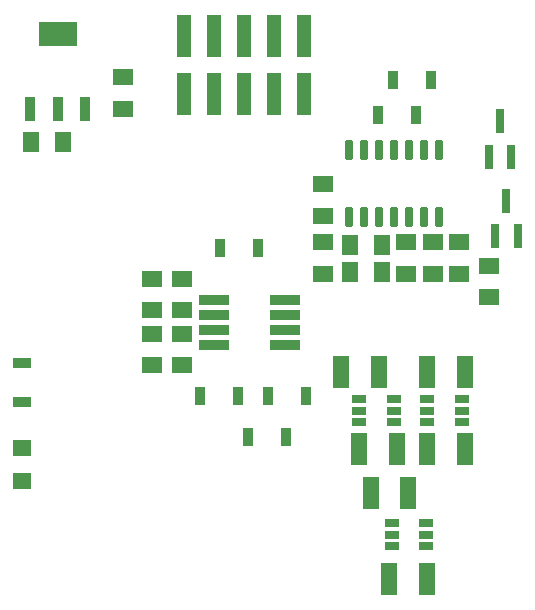
<source format=gtp>
G04*
G04 #@! TF.GenerationSoftware,Altium Limited,Altium Designer,22.5.1 (42)*
G04*
G04 Layer_Color=8421504*
%FSLAX44Y44*%
%MOMM*%
G71*
G04*
G04 #@! TF.SameCoordinates,CF4701AC-517D-4BF5-B978-186F02F9A4D0*
G04*
G04*
G04 #@! TF.FilePolarity,Positive*
G04*
G01*
G75*
%ADD16R,0.9000X1.5500*%
%ADD17R,1.3500X2.8000*%
G04:AMPARAMS|DCode=18|XSize=0.65mm|YSize=1.2mm|CornerRadius=0.0488mm|HoleSize=0mm|Usage=FLASHONLY|Rotation=270.000|XOffset=0mm|YOffset=0mm|HoleType=Round|Shape=RoundedRectangle|*
%AMROUNDEDRECTD18*
21,1,0.6500,1.1025,0,0,270.0*
21,1,0.5525,1.2000,0,0,270.0*
1,1,0.0975,-0.5513,-0.2763*
1,1,0.0975,-0.5513,0.2763*
1,1,0.0975,0.5513,0.2763*
1,1,0.0975,0.5513,-0.2763*
%
%ADD18ROUNDEDRECTD18*%
%ADD19R,1.2700X3.6800*%
%ADD20R,3.2121X2.0542*%
%ADD21R,0.9534X2.0542*%
%ADD22R,1.8200X1.4400*%
%ADD23R,1.6000X1.4000*%
%ADD24R,1.4400X1.8200*%
G04:AMPARAMS|DCode=25|XSize=0.65mm|YSize=1.65mm|CornerRadius=0.0488mm|HoleSize=0mm|Usage=FLASHONLY|Rotation=180.000|XOffset=0mm|YOffset=0mm|HoleType=Round|Shape=RoundedRectangle|*
%AMROUNDEDRECTD25*
21,1,0.6500,1.5525,0,0,180.0*
21,1,0.5525,1.6500,0,0,180.0*
1,1,0.0975,-0.2763,0.7763*
1,1,0.0975,0.2763,0.7763*
1,1,0.0975,0.2763,-0.7763*
1,1,0.0975,-0.2763,-0.7763*
%
%ADD25ROUNDEDRECTD25*%
%ADD26R,0.8000X2.0000*%
%ADD27R,2.5000X0.8500*%
%ADD28R,1.5500X0.9000*%
D16*
X317500Y192500D02*
D03*
X285200D02*
D03*
X391350Y460000D02*
D03*
X423650D02*
D03*
X378850Y430000D02*
D03*
X411150D02*
D03*
X301150Y157500D02*
D03*
X268850D02*
D03*
X260000Y192500D02*
D03*
X227700D02*
D03*
X245200Y317500D02*
D03*
X277500D02*
D03*
D17*
X404500Y110000D02*
D03*
X372500D02*
D03*
X388000Y37500D02*
D03*
X420000D02*
D03*
X452000Y147500D02*
D03*
X420000D02*
D03*
Y212500D02*
D03*
X452000D02*
D03*
X362500Y147500D02*
D03*
X394500D02*
D03*
X379500Y212500D02*
D03*
X347500D02*
D03*
D18*
X419750Y65500D02*
D03*
Y75000D02*
D03*
Y84500D02*
D03*
X390250D02*
D03*
Y75000D02*
D03*
Y65500D02*
D03*
X392250Y170500D02*
D03*
Y180000D02*
D03*
Y189500D02*
D03*
X362750D02*
D03*
Y180000D02*
D03*
Y170500D02*
D03*
X449750Y189500D02*
D03*
Y180000D02*
D03*
Y170500D02*
D03*
X420250D02*
D03*
Y180000D02*
D03*
Y189500D02*
D03*
D19*
X214200Y447750D02*
D03*
Y497250D02*
D03*
X239600Y447750D02*
D03*
Y497250D02*
D03*
X265000Y447750D02*
D03*
Y497250D02*
D03*
X290400Y447750D02*
D03*
Y497250D02*
D03*
X315800Y447750D02*
D03*
Y497250D02*
D03*
D20*
X107500Y499250D02*
D03*
D21*
X130500Y435750D02*
D03*
X107500D02*
D03*
X84500D02*
D03*
D22*
X187500Y291720D02*
D03*
Y265000D02*
D03*
X332500Y345000D02*
D03*
Y371720D02*
D03*
Y322500D02*
D03*
Y295780D02*
D03*
X402500D02*
D03*
Y322500D02*
D03*
X425000Y295780D02*
D03*
Y322500D02*
D03*
X447500Y295780D02*
D03*
Y322500D02*
D03*
X472500Y302500D02*
D03*
Y275780D02*
D03*
X162500Y462500D02*
D03*
Y435780D02*
D03*
X212500Y265000D02*
D03*
Y291720D02*
D03*
X187500Y245000D02*
D03*
Y218280D02*
D03*
X212500Y245000D02*
D03*
Y218280D02*
D03*
D23*
X77500Y148000D02*
D03*
Y120000D02*
D03*
D24*
X381720Y297500D02*
D03*
X355000D02*
D03*
Y320000D02*
D03*
X381720D02*
D03*
X111720Y407500D02*
D03*
X85000D02*
D03*
D25*
X354400Y344250D02*
D03*
X367100D02*
D03*
X379800D02*
D03*
X392500D02*
D03*
X405200D02*
D03*
X417900D02*
D03*
X430600D02*
D03*
X354400Y400750D02*
D03*
X367100D02*
D03*
X379800D02*
D03*
X392500D02*
D03*
X405200D02*
D03*
X417900D02*
D03*
X430600D02*
D03*
D26*
X472500Y395000D02*
D03*
X491500D02*
D03*
X481986Y425055D02*
D03*
X478014Y327445D02*
D03*
X497014D02*
D03*
X487500Y357500D02*
D03*
D27*
X239746Y274050D02*
D03*
Y261350D02*
D03*
X299746Y274050D02*
D03*
Y261350D02*
D03*
X240254Y248650D02*
D03*
Y235950D02*
D03*
X300254Y248650D02*
D03*
Y235950D02*
D03*
D28*
X77500Y187700D02*
D03*
Y220000D02*
D03*
M02*

</source>
